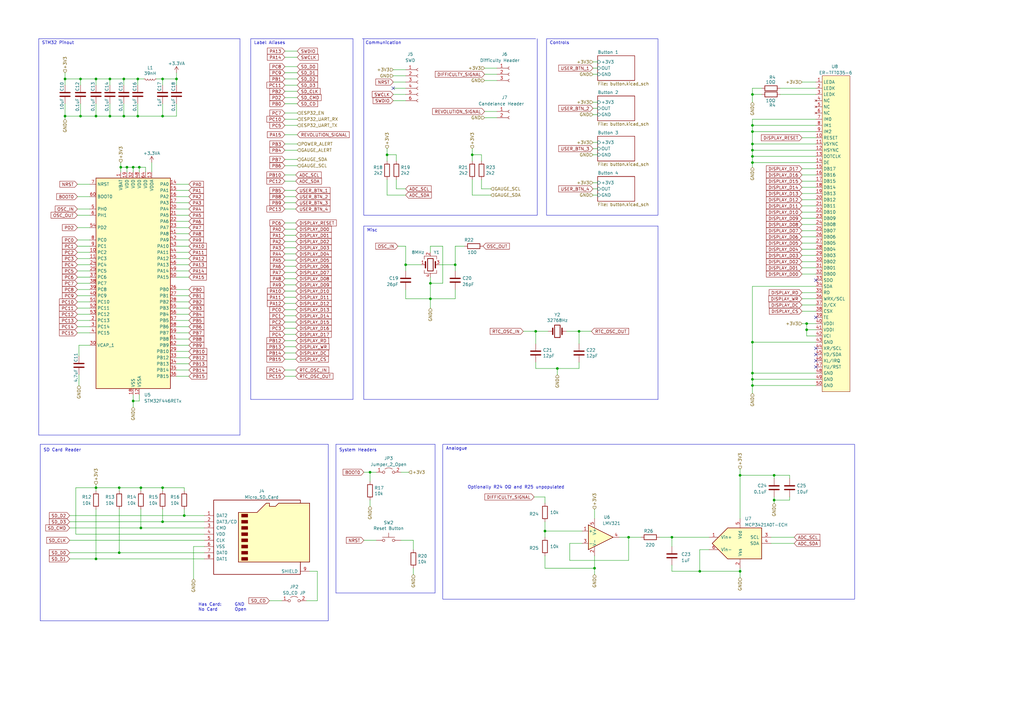
<source format=kicad_sch>
(kicad_sch (version 20230121) (generator eeschema)
  (paper "A3")
  (junction (at 186.69 108.585))
  (junction (at 56.515 32.385))
  (junction (at 166.37 108.585))
  (junction (at 176.53 116.205))
  (junction (at 176.53 122.555))
  (junction (at 151.765 193.675))
  (junction (at 303.53 234.315))
  (junction (at 33.02 32.385))
  (junction (at 317.5 205.105))
  (junction (at 39.37 47.625))
  (junction (at 39.37 32.385))
  (junction (at 308.61 140.335))
  (junction (at 45.085 47.625))
  (junction (at 66.675 200.025))
  (junction (at 330.835 135.255))
  (junction (at 308.61 59.055))
  (junction (at 75.565 211.455))
  (junction (at 39.37 200.025))
  (junction (at 66.675 47.625))
  (junction (at 308.61 64.135))
  (junction (at 287.02 234.315))
  (junction (at 72.39 32.385))
  (junction (at 158.75 63.5))
  (junction (at 57.785 216.535))
  (junction (at 303.53 194.945))
  (junction (at 228.6 151.13))
  (junction (at 193.675 63.5))
  (junction (at 26.67 32.385))
  (junction (at 223.52 217.805))
  (junction (at 45.085 32.385))
  (junction (at 308.61 38.735))
  (junction (at 317.5 194.945))
  (junction (at 54.61 164.465))
  (junction (at 308.61 153.035))
  (junction (at 308.61 53.975))
  (junction (at 308.61 66.675))
  (junction (at 56.515 47.625))
  (junction (at 219.71 135.89))
  (junction (at 243.84 233.045))
  (junction (at 257.81 220.345))
  (junction (at 48.895 226.695))
  (junction (at 26.67 47.625))
  (junction (at 57.785 200.025))
  (junction (at 54.61 68.58))
  (junction (at 66.675 213.995))
  (junction (at 66.675 32.385))
  (junction (at 308.61 51.435))
  (junction (at 33.02 47.625))
  (junction (at 308.61 158.115))
  (junction (at 275.59 220.345))
  (junction (at 50.8 47.625))
  (junction (at 308.61 61.595))
  (junction (at 330.835 132.715))
  (junction (at 308.61 155.575))
  (junction (at 49.53 68.58))
  (junction (at 57.15 68.58))
  (junction (at 237.49 135.89))
  (junction (at 50.8 32.385))
  (junction (at 39.37 229.235))
  (junction (at 48.895 200.025))
  (junction (at 52.07 68.58))
  (no_connect (at 161.29 36.195))
  (no_connect (at 334.645 114.935))
  (no_connect (at 334.645 145.415))
  (no_connect (at 334.645 147.955))
  (no_connect (at 334.645 150.495))
  (no_connect (at 334.645 142.875))
  (no_connect (at 334.645 130.175))
  (wire (pts (xy 77.47 144.145) (xy 72.39 144.145)))
  (wire (pts (xy 75.565 200.025) (xy 75.565 201.295)))
  (wire (pts (xy 116.84 129.54) (xy 121.285 129.54)))
  (wire (pts (xy 176.53 103.505) (xy 176.53 100.965)))
  (wire (pts (xy 198.755 27.94) (xy 203.835 27.94)))
  (wire (pts (xy 176.53 100.965) (xy 181.61 100.965)))
  (wire (pts (xy 308.61 36.195) (xy 312.42 36.195)))
  (wire (pts (xy 243.84 233.045) (xy 243.84 235.585)))
  (wire (pts (xy 54.61 68.58) (xy 57.15 68.58)))
  (wire (pts (xy 328.93 79.375) (xy 334.645 79.375)))
  (wire (pts (xy 48.895 200.025) (xy 57.785 200.025)))
  (polyline (pts (xy 102.87 15.875) (xy 144.78 15.875)))
  (wire (pts (xy 116.84 83.185) (xy 121.285 83.185)))
  (wire (pts (xy 328.93 92.075) (xy 334.645 92.075)))
  (wire (pts (xy 72.39 121.285) (xy 77.47 121.285)))
  (wire (pts (xy 66.675 32.385) (xy 72.39 32.385)))
  (polyline (pts (xy 15.875 178.435) (xy 98.425 178.435)))
  (wire (pts (xy 116.84 29.845) (xy 121.92 29.845)))
  (wire (pts (xy 308.61 155.575) (xy 308.61 153.035)))
  (wire (pts (xy 31.75 75.565) (xy 36.83 75.565)))
  (wire (pts (xy 52.07 68.58) (xy 52.07 70.485)))
  (wire (pts (xy 243.205 27.94) (xy 245.11 27.94)))
  (wire (pts (xy 308.61 158.115) (xy 334.645 158.115)))
  (wire (pts (xy 158.75 63.5) (xy 158.75 66.04)))
  (wire (pts (xy 39.37 198.755) (xy 39.37 200.025)))
  (wire (pts (xy 214.63 135.89) (xy 219.71 135.89)))
  (wire (pts (xy 72.39 32.385) (xy 72.39 29.845)))
  (wire (pts (xy 77.47 118.745) (xy 72.39 118.745)))
  (wire (pts (xy 66.675 200.025) (xy 75.565 200.025)))
  (wire (pts (xy 77.47 146.685) (xy 72.39 146.685)))
  (polyline (pts (xy 16.51 182.245) (xy 134.62 182.245)))
  (wire (pts (xy 116.84 104.14) (xy 121.285 104.14)))
  (wire (pts (xy 243.205 25.4) (xy 245.11 25.4)))
  (wire (pts (xy 164.465 193.675) (xy 167.64 193.675)))
  (wire (pts (xy 308.61 48.895) (xy 308.61 51.435)))
  (wire (pts (xy 164.465 221.615) (xy 169.545 221.615)))
  (wire (pts (xy 243.84 233.045) (xy 223.52 233.045)))
  (wire (pts (xy 116.84 61.595) (xy 121.92 61.595)))
  (polyline (pts (xy 16.51 254.635) (xy 134.62 254.635)))
  (wire (pts (xy 72.39 113.665) (xy 77.47 113.665)))
  (wire (pts (xy 116.84 71.755) (xy 121.285 71.755)))
  (wire (pts (xy 77.47 106.045) (xy 72.39 106.045)))
  (wire (pts (xy 77.47 133.985) (xy 72.39 133.985)))
  (wire (pts (xy 328.93 109.855) (xy 334.645 109.855)))
  (wire (pts (xy 33.02 47.625) (xy 39.37 47.625)))
  (wire (pts (xy 193.675 63.5) (xy 197.485 63.5)))
  (wire (pts (xy 308.61 61.595) (xy 308.61 64.135)))
  (wire (pts (xy 287.02 234.315) (xy 275.59 234.315)))
  (wire (pts (xy 116.84 116.84) (xy 121.285 116.84)))
  (wire (pts (xy 303.53 194.945) (xy 303.53 212.725)))
  (wire (pts (xy 116.84 40.005) (xy 121.92 40.005)))
  (wire (pts (xy 237.49 151.13) (xy 237.49 148.59)))
  (wire (pts (xy 186.69 122.555) (xy 186.69 118.745)))
  (polyline (pts (xy 149.225 92.71) (xy 269.875 92.71)))
  (wire (pts (xy 242.57 135.89) (xy 237.49 135.89)))
  (wire (pts (xy 317.5 205.105) (xy 317.5 206.375)))
  (wire (pts (xy 328.93 94.615) (xy 334.645 94.615)))
  (wire (pts (xy 323.85 194.945) (xy 317.5 194.945)))
  (polyline (pts (xy 220.345 88.265) (xy 220.345 15.875)))
  (wire (pts (xy 72.39 42.545) (xy 72.39 47.625)))
  (wire (pts (xy 77.47 75.565) (xy 72.39 75.565)))
  (wire (pts (xy 316.23 222.885) (xy 325.755 222.885)))
  (wire (pts (xy 66.675 213.995) (xy 83.82 213.995)))
  (wire (pts (xy 303.53 234.315) (xy 287.02 234.315)))
  (wire (pts (xy 201.295 77.47) (xy 197.485 77.47)))
  (wire (pts (xy 219.71 151.13) (xy 228.6 151.13)))
  (wire (pts (xy 116.84 137.16) (xy 121.285 137.16)))
  (wire (pts (xy 330.835 135.255) (xy 330.835 132.715)))
  (wire (pts (xy 57.15 68.58) (xy 59.69 68.58)))
  (wire (pts (xy 116.84 154.305) (xy 121.285 154.305)))
  (wire (pts (xy 72.39 93.345) (xy 77.47 93.345)))
  (wire (pts (xy 116.84 134.62) (xy 121.285 134.62)))
  (wire (pts (xy 39.37 42.545) (xy 39.37 47.625)))
  (wire (pts (xy 238.76 222.885) (xy 233.68 222.885)))
  (wire (pts (xy 77.47 100.965) (xy 72.39 100.965)))
  (wire (pts (xy 328.93 104.775) (xy 334.645 104.775)))
  (wire (pts (xy 79.375 224.155) (xy 83.82 224.155)))
  (wire (pts (xy 323.85 205.105) (xy 323.85 203.835)))
  (wire (pts (xy 116.84 80.645) (xy 121.285 80.645)))
  (wire (pts (xy 72.39 88.265) (xy 77.47 88.265)))
  (polyline (pts (xy 98.425 178.435) (xy 98.425 15.875)))
  (wire (pts (xy 158.75 60.96) (xy 158.75 63.5)))
  (wire (pts (xy 116.84 59.055) (xy 121.92 59.055)))
  (wire (pts (xy 193.675 63.5) (xy 193.675 66.04)))
  (polyline (pts (xy 98.425 15.875) (xy 15.875 15.875)))
  (wire (pts (xy 28.575 213.995) (xy 66.675 213.995)))
  (wire (pts (xy 328.93 132.715) (xy 330.835 132.715)))
  (wire (pts (xy 32.385 153.67) (xy 32.385 158.115)))
  (wire (pts (xy 243.205 80.01) (xy 245.11 80.01)))
  (wire (pts (xy 116.84 132.08) (xy 121.285 132.08)))
  (wire (pts (xy 320.04 38.735) (xy 334.645 38.735)))
  (wire (pts (xy 317.5 194.945) (xy 303.53 194.945)))
  (wire (pts (xy 166.37 111.125) (xy 166.37 108.585)))
  (wire (pts (xy 228.6 151.13) (xy 237.49 151.13)))
  (wire (pts (xy 26.67 42.545) (xy 26.67 47.625)))
  (wire (pts (xy 125.73 246.38) (xy 130.175 246.38)))
  (wire (pts (xy 308.61 59.055) (xy 308.61 61.595)))
  (polyline (pts (xy 144.78 15.875) (xy 144.78 163.83)))
  (wire (pts (xy 198.755 33.02) (xy 203.835 33.02)))
  (wire (pts (xy 66.675 42.545) (xy 66.675 47.625)))
  (wire (pts (xy 116.84 93.98) (xy 121.285 93.98)))
  (wire (pts (xy 50.8 47.625) (xy 56.515 47.625)))
  (wire (pts (xy 219.71 135.89) (xy 224.79 135.89)))
  (wire (pts (xy 26.67 47.625) (xy 33.02 47.625)))
  (wire (pts (xy 32.385 141.605) (xy 36.83 141.605)))
  (wire (pts (xy 77.47 151.765) (xy 72.39 151.765)))
  (wire (pts (xy 116.84 124.46) (xy 121.285 124.46)))
  (wire (pts (xy 26.67 29.845) (xy 26.67 32.385)))
  (wire (pts (xy 166.37 122.555) (xy 176.53 122.555)))
  (wire (pts (xy 31.75 80.645) (xy 36.83 80.645)))
  (wire (pts (xy 45.085 47.625) (xy 45.085 42.545)))
  (wire (pts (xy 308.61 66.675) (xy 334.645 66.675)))
  (wire (pts (xy 36.83 133.985) (xy 31.75 133.985)))
  (wire (pts (xy 77.47 80.645) (xy 72.39 80.645)))
  (wire (pts (xy 197.485 73.66) (xy 197.485 77.47)))
  (polyline (pts (xy 102.87 163.83) (xy 102.87 15.875)))
  (wire (pts (xy 31.75 113.665) (xy 36.83 113.665)))
  (wire (pts (xy 31.75 111.125) (xy 36.83 111.125)))
  (wire (pts (xy 72.39 136.525) (xy 77.47 136.525)))
  (wire (pts (xy 75.565 211.455) (xy 83.82 211.455)))
  (polyline (pts (xy 178.435 243.205) (xy 178.435 182.245)))
  (wire (pts (xy 116.84 37.465) (xy 121.92 37.465)))
  (wire (pts (xy 169.545 225.425) (xy 169.545 221.615)))
  (wire (pts (xy 328.93 71.755) (xy 334.645 71.755)))
  (wire (pts (xy 33.02 42.545) (xy 33.02 47.625)))
  (wire (pts (xy 39.37 229.235) (xy 39.37 208.915)))
  (wire (pts (xy 50.8 32.385) (xy 56.515 32.385)))
  (wire (pts (xy 110.49 246.38) (xy 115.57 246.38)))
  (wire (pts (xy 57.785 216.535) (xy 83.82 216.535)))
  (wire (pts (xy 254 220.345) (xy 257.81 220.345)))
  (wire (pts (xy 31.75 85.725) (xy 36.83 85.725)))
  (wire (pts (xy 308.61 64.135) (xy 334.645 64.135)))
  (wire (pts (xy 77.47 95.885) (xy 72.39 95.885)))
  (wire (pts (xy 59.055 32.385) (xy 56.515 32.385)))
  (wire (pts (xy 166.37 31.115) (xy 161.29 31.115)))
  (wire (pts (xy 75.565 211.455) (xy 75.565 208.915)))
  (wire (pts (xy 308.61 61.595) (xy 334.645 61.595)))
  (wire (pts (xy 77.47 90.805) (xy 72.39 90.805)))
  (wire (pts (xy 243.205 30.48) (xy 245.11 30.48)))
  (wire (pts (xy 151.765 207.645) (xy 151.765 205.105)))
  (wire (pts (xy 166.37 108.585) (xy 172.72 108.585)))
  (wire (pts (xy 28.575 226.695) (xy 48.895 226.695)))
  (wire (pts (xy 31.75 103.505) (xy 36.83 103.505)))
  (polyline (pts (xy 15.875 15.875) (xy 15.875 178.435)))
  (wire (pts (xy 287.02 234.315) (xy 287.02 225.425)))
  (wire (pts (xy 45.085 32.385) (xy 45.085 34.925)))
  (wire (pts (xy 328.93 33.655) (xy 334.645 33.655)))
  (wire (pts (xy 116.84 42.545) (xy 121.92 42.545)))
  (wire (pts (xy 193.675 60.96) (xy 193.675 63.5)))
  (wire (pts (xy 39.37 200.025) (xy 39.37 201.295)))
  (wire (pts (xy 72.39 149.225) (xy 77.47 149.225)))
  (wire (pts (xy 193.675 80.01) (xy 193.675 73.66)))
  (wire (pts (xy 243.205 74.93) (xy 245.11 74.93)))
  (wire (pts (xy 328.93 99.695) (xy 334.645 99.695)))
  (wire (pts (xy 169.545 235.585) (xy 169.545 233.045)))
  (wire (pts (xy 72.39 108.585) (xy 77.47 108.585)))
  (wire (pts (xy 308.61 41.91) (xy 308.61 38.735)))
  (wire (pts (xy 116.84 121.92) (xy 121.285 121.92)))
  (wire (pts (xy 166.37 28.575) (xy 161.29 28.575)))
  (wire (pts (xy 328.93 74.295) (xy 334.645 74.295)))
  (wire (pts (xy 334.645 137.795) (xy 330.835 137.795)))
  (wire (pts (xy 308.61 38.735) (xy 308.61 36.195)))
  (wire (pts (xy 186.69 108.585) (xy 186.69 111.125)))
  (wire (pts (xy 197.485 63.5) (xy 197.485 66.04)))
  (polyline (pts (xy 144.78 163.83) (xy 102.87 163.83)))
  (wire (pts (xy 116.84 147.32) (xy 121.285 147.32)))
  (wire (pts (xy 72.39 83.185) (xy 77.47 83.185)))
  (wire (pts (xy 316.23 220.345) (xy 325.755 220.345)))
  (wire (pts (xy 39.37 229.235) (xy 83.82 229.235)))
  (wire (pts (xy 54.61 164.465) (xy 54.61 161.925)))
  (wire (pts (xy 163.195 100.965) (xy 166.37 100.965)))
  (wire (pts (xy 257.81 220.345) (xy 262.89 220.345)))
  (wire (pts (xy 49.53 66.675) (xy 49.53 68.58)))
  (wire (pts (xy 334.645 140.335) (xy 308.61 140.335)))
  (wire (pts (xy 49.53 68.58) (xy 49.53 70.485)))
  (wire (pts (xy 116.84 46.355) (xy 121.92 46.355)))
  (wire (pts (xy 77.47 128.905) (xy 72.39 128.905)))
  (wire (pts (xy 31.115 219.075) (xy 31.115 200.025)))
  (wire (pts (xy 116.84 85.725) (xy 121.285 85.725)))
  (wire (pts (xy 233.68 229.87) (xy 257.81 229.87)))
  (wire (pts (xy 180.34 108.585) (xy 186.69 108.585)))
  (wire (pts (xy 243.205 63.5) (xy 245.11 63.5)))
  (wire (pts (xy 176.53 122.555) (xy 186.69 122.555)))
  (wire (pts (xy 328.93 86.995) (xy 334.645 86.995)))
  (wire (pts (xy 158.75 80.01) (xy 158.75 73.66)))
  (wire (pts (xy 50.8 32.385) (xy 50.8 34.925)))
  (wire (pts (xy 116.84 67.945) (xy 121.92 67.945)))
  (wire (pts (xy 116.84 109.22) (xy 121.285 109.22)))
  (wire (pts (xy 36.83 123.825) (xy 31.75 123.825)))
  (wire (pts (xy 323.85 196.215) (xy 323.85 194.945)))
  (wire (pts (xy 28.575 211.455) (xy 75.565 211.455)))
  (wire (pts (xy 116.84 127) (xy 121.285 127)))
  (wire (pts (xy 166.37 33.655) (xy 161.29 33.655)))
  (wire (pts (xy 176.53 116.205) (xy 176.53 122.555)))
  (wire (pts (xy 77.47 123.825) (xy 72.39 123.825)))
  (wire (pts (xy 116.84 151.765) (xy 121.285 151.765)))
  (wire (pts (xy 308.61 51.435) (xy 334.645 51.435)))
  (wire (pts (xy 330.835 132.715) (xy 334.645 132.715)))
  (polyline (pts (xy 149.225 163.83) (xy 149.225 92.71)))
  (wire (pts (xy 303.53 192.405) (xy 303.53 194.945)))
  (wire (pts (xy 72.39 78.105) (xy 77.47 78.105)))
  (wire (pts (xy 45.085 32.385) (xy 50.8 32.385)))
  (wire (pts (xy 116.84 96.52) (xy 121.285 96.52)))
  (wire (pts (xy 72.39 154.305) (xy 77.47 154.305)))
  (wire (pts (xy 31.75 100.965) (xy 36.83 100.965)))
  (wire (pts (xy 308.61 140.335) (xy 308.61 153.035)))
  (polyline (pts (xy 269.875 163.83) (xy 149.225 163.83)))
  (wire (pts (xy 328.93 125.095) (xy 334.645 125.095)))
  (wire (pts (xy 328.93 97.155) (xy 334.645 97.155)))
  (wire (pts (xy 198.755 30.48) (xy 203.835 30.48)))
  (wire (pts (xy 36.83 128.905) (xy 31.75 128.905)))
  (wire (pts (xy 116.84 99.06) (xy 121.285 99.06)))
  (wire (pts (xy 308.61 48.895) (xy 334.645 48.895)))
  (wire (pts (xy 26.67 34.925) (xy 26.67 32.385)))
  (wire (pts (xy 149.225 193.675) (xy 151.765 193.675)))
  (wire (pts (xy 116.84 142.24) (xy 121.285 142.24)))
  (wire (pts (xy 32.385 146.05) (xy 32.385 141.605)))
  (wire (pts (xy 116.84 101.6) (xy 121.285 101.6)))
  (wire (pts (xy 176.53 122.555) (xy 176.53 126.365)))
  (wire (pts (xy 275.59 220.345) (xy 290.83 220.345)))
  (wire (pts (xy 52.07 68.58) (xy 54.61 68.58)))
  (wire (pts (xy 303.53 234.315) (xy 303.53 236.855)))
  (polyline (pts (xy 178.435 182.245) (xy 137.795 182.245)))
  (wire (pts (xy 116.84 74.295) (xy 121.285 74.295)))
  (wire (pts (xy 328.93 76.835) (xy 334.645 76.835)))
  (wire (pts (xy 48.895 226.695) (xy 83.82 226.695)))
  (wire (pts (xy 39.37 200.025) (xy 48.895 200.025)))
  (wire (pts (xy 308.61 51.435) (xy 308.61 53.975)))
  (wire (pts (xy 72.39 131.445) (xy 77.47 131.445)))
  (wire (pts (xy 328.93 89.535) (xy 334.645 89.535)))
  (wire (pts (xy 275.59 220.345) (xy 275.59 224.155)))
  (polyline (pts (xy 219.71 15.875) (xy 148.59 15.875)))
  (wire (pts (xy 116.84 78.105) (xy 121.285 78.105)))
  (wire (pts (xy 328.93 122.555) (xy 334.645 122.555)))
  (wire (pts (xy 330.835 137.795) (xy 330.835 135.255)))
  (wire (pts (xy 308.61 155.575) (xy 334.645 155.575)))
  (wire (pts (xy 243.205 44.45) (xy 245.11 44.45)))
  (wire (pts (xy 64.135 32.385) (xy 66.675 32.385)))
  (wire (pts (xy 334.645 117.475) (xy 308.61 117.475)))
  (wire (pts (xy 39.37 47.625) (xy 45.085 47.625)))
  (polyline (pts (xy 137.795 182.245) (xy 137.795 243.205)))
  (wire (pts (xy 72.39 98.425) (xy 77.47 98.425)))
  (wire (pts (xy 56.515 47.625) (xy 56.515 42.545)))
  (wire (pts (xy 57.785 200.025) (xy 66.675 200.025)))
  (wire (pts (xy 275.59 234.315) (xy 275.59 231.775)))
  (wire (pts (xy 26.67 32.385) (xy 33.02 32.385)))
  (wire (pts (xy 33.02 32.385) (xy 33.02 34.925)))
  (wire (pts (xy 31.75 121.285) (xy 36.83 121.285)))
  (wire (pts (xy 31.75 136.525) (xy 36.83 136.525)))
  (wire (pts (xy 308.61 53.975) (xy 308.61 59.055)))
  (wire (pts (xy 62.23 66.675) (xy 62.23 70.485)))
  (wire (pts (xy 317.5 203.835) (xy 317.5 205.105)))
  (wire (pts (xy 72.39 34.925) (xy 72.39 32.385)))
  (wire (pts (xy 48.895 226.695) (xy 48.895 208.915)))
  (wire (pts (xy 39.37 32.385) (xy 45.085 32.385)))
  (wire (pts (xy 243.205 46.99) (xy 245.11 46.99)))
  (wire (pts (xy 308.61 161.29) (xy 308.61 158.115)))
  (wire (pts (xy 219.71 148.59) (xy 219.71 151.13)))
  (wire (pts (xy 166.37 77.47) (xy 162.56 77.47)))
  (wire (pts (xy 45.085 47.625) (xy 50.8 47.625)))
  (wire (pts (xy 198.755 48.26) (xy 203.835 48.26)))
  (wire (pts (xy 116.84 48.895) (xy 121.92 48.895)))
  (wire (pts (xy 328.93 112.395) (xy 334.645 112.395)))
  (wire (pts (xy 79.375 224.155) (xy 79.375 237.49)))
  (wire (pts (xy 72.39 141.605) (xy 77.47 141.605)))
  (wire (pts (xy 166.37 100.965) (xy 166.37 108.585)))
  (wire (pts (xy 317.5 194.945) (xy 317.5 196.215)))
  (polyline (pts (xy 134.62 254.635) (xy 134.62 182.245)))
  (wire (pts (xy 48.895 200.025) (xy 48.895 201.295)))
  (wire (pts (xy 66.675 34.925) (xy 66.675 32.385)))
  (wire (pts (xy 26.67 47.625) (xy 26.67 48.895)))
  (wire (pts (xy 166.37 41.275) (xy 161.29 41.275)))
  (wire (pts (xy 233.68 222.885) (xy 233.68 229.87)))
  (wire (pts (xy 223.52 217.805) (xy 223.52 220.345)))
  (wire (pts (xy 308.61 64.135) (xy 308.61 66.675)))
  (wire (pts (xy 127 234.315) (xy 130.175 234.315)))
  (wire (pts (xy 31.75 106.045) (xy 36.83 106.045)))
  (wire (pts (xy 116.84 119.38) (xy 121.285 119.38)))
  (wire (pts (xy 257.81 229.87) (xy 257.81 220.345)))
  (wire (pts (xy 176.53 113.665) (xy 176.53 116.205)))
  (wire (pts (xy 57.15 68.58) (xy 57.15 70.485)))
  (wire (pts (xy 31.75 93.345) (xy 36.83 93.345)))
  (wire (pts (xy 33.02 32.385) (xy 39.37 32.385)))
  (wire (pts (xy 116.84 65.405) (xy 121.92 65.405)))
  (polyline (pts (xy 149.225 15.875) (xy 149.225 88.265)))
  (wire (pts (xy 116.84 23.495) (xy 121.92 23.495)))
  (wire (pts (xy 219.71 140.97) (xy 219.71 135.89)))
  (wire (pts (xy 116.84 27.305) (xy 121.92 27.305)))
  (polyline (pts (xy 137.795 243.205) (xy 178.435 243.205)))
  (wire (pts (xy 31.75 118.745) (xy 36.83 118.745)))
  (wire (pts (xy 59.69 68.58) (xy 59.69 70.485)))
  (polyline (pts (xy 269.875 92.71) (xy 269.875 163.83)))
  (wire (pts (xy 39.37 34.925) (xy 39.37 32.385)))
  (wire (pts (xy 72.39 103.505) (xy 77.47 103.505)))
  (wire (pts (xy 151.765 193.675) (xy 154.305 193.675)))
  (wire (pts (xy 243.84 208.915) (xy 243.84 212.725)))
  (wire (pts (xy 116.84 111.76) (xy 121.285 111.76)))
  (wire (pts (xy 28.575 229.235) (xy 39.37 229.235)))
  (wire (pts (xy 116.84 55.245) (xy 121.92 55.245)))
  (wire (pts (xy 328.93 69.215) (xy 334.645 69.215)))
  (wire (pts (xy 243.205 41.91) (xy 245.11 41.91)))
  (wire (pts (xy 243.205 77.47) (xy 245.11 77.47)))
  (wire (pts (xy 56.515 47.625) (xy 66.675 47.625)))
  (wire (pts (xy 116.84 144.78) (xy 121.285 144.78)))
  (wire (pts (xy 31.75 98.425) (xy 36.83 98.425)))
  (wire (pts (xy 223.52 217.805) (xy 238.76 217.805)))
  (wire (pts (xy 228.6 153.67) (xy 228.6 151.13)))
  (wire (pts (xy 54.61 164.465) (xy 54.61 167.005)))
  (wire (pts (xy 77.47 111.125) (xy 72.39 111.125)))
  (wire (pts (xy 176.53 116.205) (xy 181.61 116.205)))
  (wire (pts (xy 243.205 58.42) (xy 245.11 58.42)))
  (wire (pts (xy 334.645 135.255) (xy 330.835 135.255)))
  (wire (pts (xy 308.61 66.675) (xy 308.61 68.58)))
  (wire (pts (xy 166.37 36.195) (xy 161.29 36.195)))
  (wire (pts (xy 151.765 197.485) (xy 151.765 193.675)))
  (wire (pts (xy 54.61 164.465) (xy 57.15 164.465)))
  (wire (pts (xy 320.04 36.195) (xy 334.645 36.195)))
  (wire (pts (xy 161.29 38.735) (xy 166.37 38.735)))
  (wire (pts (xy 77.47 85.725) (xy 72.39 85.725)))
  (wire (pts (xy 162.56 63.5) (xy 162.56 66.04)))
  (wire (pts (xy 166.37 118.745) (xy 166.37 122.555)))
  (wire (pts (xy 28.575 216.535) (xy 57.785 216.535)))
  (wire (pts (xy 328.93 84.455) (xy 334.645 84.455)))
  (wire (pts (xy 166.37 80.01) (xy 158.75 80.01)))
  (wire (pts (xy 328.93 56.515) (xy 334.645 56.515)))
  (wire (pts (xy 158.75 63.5) (xy 162.56 63.5)))
  (wire (pts (xy 116.84 91.44) (xy 121.285 91.44)))
  (wire (pts (xy 66.675 200.025) (xy 66.675 201.295)))
  (wire (pts (xy 116.84 139.7) (xy 121.285 139.7)))
  (wire (pts (xy 28.575 221.615) (xy 83.82 221.615)))
  (wire (pts (xy 308.61 153.035) (xy 334.645 153.035)))
  (wire (pts (xy 57.15 164.465) (xy 57.15 161.925)))
  (wire (pts (xy 290.83 225.425) (xy 287.02 225.425)))
  (wire (pts (xy 72.39 126.365) (xy 77.47 126.365)))
  (wire (pts (xy 31.115 219.075) (xy 83.82 219.075)))
  (wire (pts (xy 223.52 203.835) (xy 223.52 206.375)))
  (wire (pts (xy 181.61 100.965) (xy 181.61 116.205)))
  (wire (pts (xy 308.61 158.115) (xy 308.61 155.575)))
  (wire (pts (xy 116.84 114.3) (xy 121.285 114.3)))
  (wire (pts (xy 198.755 45.72) (xy 203.835 45.72)))
  (wire (pts (xy 186.69 100.965) (xy 190.5 100.965)))
  (wire (pts (xy 308.61 38.735) (xy 312.42 38.735)))
  (wire (pts (xy 317.5 205.105) (xy 323.85 205.105)))
  (polyline (pts (xy 16.51 182.245) (xy 16.51 254.635)))
  (wire (pts (xy 328.93 120.015) (xy 334.645 120.015)))
  (wire (pts (xy 77.47 139.065) (xy 72.39 139.065)))
  (wire (pts (xy 308.61 53.975) (xy 334.645 53.975)))
  (wire (pts (xy 31.115 200.025) (xy 39.37 200.025)))
  (wire (pts (xy 328.93 102.235) (xy 334.645 102.235)))
  (wire (pts (xy 243.205 60.96) (xy 245.11 60.96)))
  (wire (pts (xy 149.225 221.615) (xy 154.305 221.615)))
  (wire (pts (xy 223.52 227.965) (xy 223.52 233.045)))
  (wire (pts (xy 162.56 73.66) (xy 162.56 77.47)))
  (wire (pts (xy 237.49 135.89) (xy 232.41 135.89)))
  (wire (pts (xy 116.84 34.925) (xy 121.92 34.925)))
  (wire (pts (xy 31.75 126.365) (xy 36.83 126.365)))
  (wire (pts (xy 308.61 117.475) (xy 308.61 140.335)))
  (wire (pts (xy 50.8 47.625) (xy 50.8 42.545)))
  (polyline (pts (xy 149.225 88.265) (xy 220.345 88.265)))
  (wire (pts (xy 223.52 217.805) (xy 223.52 213.995)))
  (wire (pts (xy 328.93 81.915) (xy 334.645 81.915)))
  (wire (pts (xy 57.785 200.025) (xy 57.785 201.295)))
  (wire (pts (xy 66.675 47.625) (xy 72.39 47.625)))
  (wire (pts (xy 130.175 234.315) (xy 130.175 246.38)))
  (wire (pts (xy 31.75 88.265) (xy 36.83 88.265)))
  (wire (pts (xy 116.84 20.955) (xy 121.92 20.955)))
  (wire (pts (xy 328.93 127.635) (xy 334.645 127.635)))
  (wire (pts (xy 54.61 68.58) (xy 54.61 70.485)))
  (wire (pts (xy 243.84 227.965) (xy 243.84 233.045)))
  (wire (pts (xy 31.75 108.585) (xy 36.83 108.585)))
  (wire (pts (xy 328.93 107.315) (xy 334.645 107.315)))
  (wire (pts (xy 219.075 203.835) (xy 223.52 203.835)))
  (wire (pts (xy 116.84 106.68) (xy 121.285 106.68)))
  (wire (pts (xy 308.61 59.055) (xy 334.645 59.055)))
  (wire (pts (xy 303.53 233.045) (xy 303.53 234.315)))
  (wire (pts (xy 49.53 68.58) (xy 52.07 68.58)))
  (wire (pts (xy 270.51 220.345) (xy 275.59 220.345)))
  (wire (pts (xy 186.69 108.585) (xy 186.69 100.965)))
  (wire (pts (xy 201.295 80.01) (xy 193.675 80.01)))
  (wire (pts (xy 56.515 32.385) (xy 56.515 34.925)))
  (wire (pts (xy 57.785 216.535) (xy 57.785 208.915)))
  (wire (pts (xy 31.75 116.205) (xy 36.83 116.205)))
  (wire (pts (xy 116.84 51.435) (xy 121.92 51.435)))
  (wire (pts (xy 237.49 140.97) (xy 237.49 135.89)))
  (wire (pts (xy 116.84 32.385) (xy 121.92 32.385)))
  (wire (pts (xy 31.75 131.445) (xy 36.83 131.445)))
  (wire (pts (xy 66.675 213.995) (xy 66.675 208.915)))
  (rectangle (start 224.155 15.875) (end 269.875 88.265))
  (rectangle (start 181.61 182.245) (end 350.52 245.745))
  (text "System Headers" (at 139.065 185.42 0) (effects (font (size 1.27 1.27)) (justify left bottom)))
  (text "SD Card Reader" (at 17.78 185.42 0) (effects (font (size 1.27 1.27)) (justify left bottom)))
  (text "Communication" (at 149.86 18.415 0) (effects (font (size 1.27 1.27)) (justify left bottom)))
  (text "STM32 Pinout" (at 17.145 18.415 0) (effects (font (size 1.27 1.27)) (justify left bottom)))
  (text "Optionally R24 0Ω and R25 unpopulated" (at 191.77 200.66 0) (effects (font (size 1.27 1.27)) (justify left bottom)))
  (text "Controls" (at 225.425 18.415 0) (effects (font (size 1.27 1.27)) (justify left bottom)))
  (text "Misc" (at 150.495 95.25 0) (effects (font (size 1.27 1.27)) (justify left bottom)))
  (text "Analogue" (at 182.88 184.785 0) (effects (font (size 1.27 1.27)) (justify left bottom)))
  (text "Has Card: 	GND\nNo Card 	Open" (at 81.28 250.825 0) (effects (font (size 1.27 1.27)) (justify left bottom)))
  (text "Label Aliases" (at 104.14 18.415 0) (effects (font (size 1.27 1.27)) (justify left bottom)))
  (global_label "PB1" (shape input) (at 77.47 121.285 0) (property "Intersheetrefs" "${INTERSHEET_REFS}" (effects hide)))
  (global_label "SD_D0" (shape input) (at 121.92 27.305 0) (property "Intersheetrefs" "${INTERSHEET_REFS}" (effects hide)))
  (global_label "DISPLAY_RESET" (shape input) (at 328.93 56.515 180) (property "Intersheetrefs" "${INTERSHEET_REFS}" (effects hide)))
  (global_label "PB7" (shape input) (at 77.47 136.525 0) (property "Intersheetrefs" "${INTERSHEET_REFS}" (effects hide)))
  (global_label "PA15" (shape input) (at 77.47 113.665 0) (property "Intersheetrefs" "${INTERSHEET_REFS}" (effects hide)))
  (global_label "PA1" (shape input) (at 116.84 96.52 180) (property "Intersheetrefs" "${INTERSHEET_REFS}" (effects hide)))
  (global_label "DISPLAY_D15" (shape input) (at 328.93 74.295 180) (property "Intersheetrefs" "${INTERSHEET_REFS}" (effects hide)))
  (global_label "DISPLAY_D02" (shape input) (at 328.93 107.315 180) (property "Intersheetrefs" "${INTERSHEET_REFS}" (effects hide)))
  (global_label "PB14" (shape input) (at 77.47 151.765 0) (property "Intersheetrefs" "${INTERSHEET_REFS}" (effects hide)))
  (global_label "PA12" (shape input) (at 77.47 106.045 0) (property "Intersheetrefs" "${INTERSHEET_REFS}" (effects hide)))
  (global_label "RTC_OSC_OUT" (shape input) (at 242.57 135.89 0) (property "Intersheetrefs" "${INTERSHEET_REFS}" (effects hide)))
  (global_label "RTC_OSC_IN" (shape input) (at 121.285 151.765 0) (property "Intersheetrefs" "${INTERSHEET_REFS}" (effects hide)))
  (global_label "DISPLAY_D07" (shape input) (at 328.93 94.615 180) (property "Intersheetrefs" "${INTERSHEET_REFS}" (effects hide)))
  (global_label "DISPLAY_D12" (shape input) (at 328.93 81.915 180) (property "Intersheetrefs" "${INTERSHEET_REFS}" (effects hide)))
  (global_label "SD_D1" (shape input) (at 121.92 29.845 0) (property "Intersheetrefs" "${INTERSHEET_REFS}" (effects hide)))
  (global_label "USER_BTN_4" (shape input) (at 121.285 85.725 0) (property "Intersheetrefs" "${INTERSHEET_REFS}" (effects hide)))
  (global_label "SWDIO" (shape input) (at 161.29 41.275 180) (property "Intersheetrefs" "${INTERSHEET_REFS}" (effects hide)))
  (global_label "ADC_SCL" (shape input) (at 166.37 77.47 0) (property "Intersheetrefs" "${INTERSHEET_REFS}" (effects hide)))
  (global_label "DISPLAY_D13" (shape input) (at 328.93 79.375 180) (property "Intersheetrefs" "${INTERSHEET_REFS}" (effects hide)))
  (global_label "PB4" (shape input) (at 77.47 128.905 0) (property "Intersheetrefs" "${INTERSHEET_REFS}" (effects hide)))
  (global_label "PC6" (shape input) (at 116.84 91.44 180) (property "Intersheetrefs" "${INTERSHEET_REFS}" (effects hide)))
  (global_label "DISPLAY_RESET" (shape input) (at 121.285 91.44 0) (property "Intersheetrefs" "${INTERSHEET_REFS}" (effects hide)))
  (global_label "PA12" (shape input) (at 116.84 124.46 180) (property "Intersheetrefs" "${INTERSHEET_REFS}" (effects hide)))
  (global_label "SD_CD" (shape input) (at 121.92 42.545 0) (property "Intersheetrefs" "${INTERSHEET_REFS}" (effects hide)))
  (global_label "DISPLAY_D02" (shape input) (at 121.285 99.06 0) (property "Intersheetrefs" "${INTERSHEET_REFS}" (effects hide)))
  (global_label "DISPLAY_D17" (shape input) (at 328.93 69.215 180) (property "Intersheetrefs" "${INTERSHEET_REFS}" (effects hide)))
  (global_label "PA13" (shape input) (at 77.47 108.585 0) (property "Intersheetrefs" "${INTERSHEET_REFS}" (effects hide)))
  (global_label "SD_CLK" (shape input) (at 121.92 37.465 0) (property "Intersheetrefs" "${INTERSHEET_REFS}" (effects hide)))
  (global_label "PC12" (shape input) (at 116.84 74.295 180) (property "Intersheetrefs" "${INTERSHEET_REFS}" (effects hide)))
  (global_label "PB5" (shape input) (at 77.47 131.445 0) (property "Intersheetrefs" "${INTERSHEET_REFS}" (effects hide)))
  (global_label "DISPLAY_CS" (shape input) (at 328.93 127.635 180) (property "Intersheetrefs" "${INTERSHEET_REFS}" (effects hide)))
  (global_label "PB2" (shape input) (at 77.47 123.825 0) (property "Intersheetrefs" "${INTERSHEET_REFS}" (effects hide)))
  (global_label "DISPLAY_CS" (shape input) (at 121.285 147.32 0) (property "Intersheetrefs" "${INTERSHEET_REFS}" (effects hide)))
  (global_label "PC3" (shape input) (at 31.75 106.045 180) (property "Intersheetrefs" "${INTERSHEET_REFS}" (effects hide)))
  (global_label "PA8" (shape input) (at 116.84 114.3 180) (property "Intersheetrefs" "${INTERSHEET_REFS}" (effects hide)))
  (global_label "PA3" (shape input) (at 116.84 101.6 180) (property "Intersheetrefs" "${INTERSHEET_REFS}" (effects hide)))
  (global_label "PC2" (shape input) (at 116.84 132.08 180) (property "Intersheetrefs" "${INTERSHEET_REFS}" (effects hide)))
  (global_label "SD_D3" (shape input) (at 121.92 34.925 0) (property "Intersheetrefs" "${INTERSHEET_REFS}" (effects hide)))
  (global_label "PC13" (shape input) (at 116.84 85.725 180) (property "Intersheetrefs" "${INTERSHEET_REFS}" (effects hide)))
  (global_label "ADC_SDA" (shape input) (at 166.37 80.01 0) (property "Intersheetrefs" "${INTERSHEET_REFS}" (effects hide)))
  (global_label "PC8" (shape input) (at 116.84 27.305 180) (property "Intersheetrefs" "${INTERSHEET_REFS}" (effects hide)))
  (global_label "DISPLAY_D11" (shape input) (at 121.285 121.92 0) (property "Intersheetrefs" "${INTERSHEET_REFS}" (effects hide)))
  (global_label "PA6" (shape input) (at 77.47 90.805 0) (property "Intersheetrefs" "${INTERSHEET_REFS}" (effects hide)))
  (global_label "PA9" (shape input) (at 116.84 116.84 180) (property "Intersheetrefs" "${INTERSHEET_REFS}" (effects hide)))
  (global_label "NRST" (shape input) (at 31.75 75.565 180) (property "Intersheetrefs" "${INTERSHEET_REFS}" (effects hide)))
  (global_label "DISPLAY_RD" (shape input) (at 328.93 120.015 180) (property "Intersheetrefs" "${INTERSHEET_REFS}" (effects hide)))
  (global_label "ADC_SDA" (shape input) (at 325.755 222.885 0) (property "Intersheetrefs" "${INTERSHEET_REFS}" (effects hide)))
  (global_label "PC0" (shape input) (at 116.84 127 180) (property "Intersheetrefs" "${INTERSHEET_REFS}" (effects hide)))
  (global_label "PC11" (shape input) (at 116.84 34.925 180) (property "Intersheetrefs" "${INTERSHEET_REFS}" (effects hide)))
  (global_label "PD2" (shape input) (at 116.84 40.005 180) (property "Intersheetrefs" "${INTERSHEET_REFS}" (effects hide)))
  (global_label "PB13" (shape input) (at 116.84 142.24 180) (property "Intersheetrefs" "${INTERSHEET_REFS}" (effects hide)))
  (global_label "SWCLK" (shape input) (at 161.29 38.735 180) (property "Intersheetrefs" "${INTERSHEET_REFS}" (effects hide)))
  (global_label "DISPLAY_DC" (shape input) (at 328.93 125.095 180) (property "Intersheetrefs" "${INTERSHEET_REFS}" (effects hide)))
  (global_label "PC8" (shape input) (at 31.75 118.745 180) (property "Intersheetrefs" "${INTERSHEET_REFS}" (effects hide)))
  (global_label "DISPLAY_D16" (shape input) (at 121.285 134.62 0) (property "Intersheetrefs" "${INTERSHEET_REFS}" (effects hide)))
  (global_label "PB12" (shape input) (at 116.84 139.7 180) (property "Intersheetrefs" "${INTERSHEET_REFS}" (effects hide)))
  (global_label "DISPLAY_D01" (shape input) (at 121.285 96.52 0) (property "Intersheetrefs" "${INTERSHEET_REFS}" (effects hide)))
  (global_label "PA10" (shape input) (at 77.47 100.965 0) (property "Intersheetrefs" "${INTERSHEET_REFS}" (effects hide)))
  (global_label "PC11" (shape input) (at 31.75 126.365 180) (property "Intersheetrefs" "${INTERSHEET_REFS}" (effects hide)))
  (global_label "PC5" (shape input) (at 116.84 51.435 180) (property "Intersheetrefs" "${INTERSHEET_REFS}" (effects hide)))
  (global_label "DISPLAY_D11" (shape input) (at 328.93 84.455 180) (property "Intersheetrefs" "${INTERSHEET_REFS}" (effects hide)))
  (global_label "PA10" (shape input) (at 116.84 119.38 180) (property "Intersheetrefs" "${INTERSHEET_REFS}" (effects hide)))
  (global_label "DISPLAY_WR" (shape input) (at 121.285 142.24 0) (property "Intersheetrefs" "${INTERSHEET_REFS}" (effects hide)))
  (global_label "PB12" (shape input) (at 77.47 146.685 0) (property "Intersheetrefs" "${INTERSHEET_REFS}" (effects hide)))
  (global_label "PA14" (shape input) (at 77.47 111.125 0) (property "Intersheetrefs" "${INTERSHEET_REFS}" (effects hide)))
  (global_label "PB6" (shape input) (at 77.47 133.985 0) (property "Intersheetrefs" "${INTERSHEET_REFS}" (effects hide)))
  (global_label "PA2" (shape input) (at 77.47 80.645 0) (property "Intersheetrefs" "${INTERSHEET_REFS}" (effects hide)))
  (global_label "PC15" (shape input) (at 31.75 136.525 180) (property "Intersheetrefs" "${INTERSHEET_REFS}" (effects hide)))
  (global_label "PA7" (shape input) (at 116.84 111.76 180) (property "Intersheetrefs" "${INTERSHEET_REFS}" (effects hide)))
  (global_label "PC9" (shape input) (at 31.75 121.285 180) (property "Intersheetrefs" "${INTERSHEET_REFS}" (effects hide)))
  (global_label "BOOT0" (shape input) (at 149.225 193.675 180) (property "Intersheetrefs" "${INTERSHEET_REFS}" (effects hide)))
  (global_label "SD_CMD" (shape input) (at 28.575 216.535 180) (property "Intersheetrefs" "${INTERSHEET_REFS}" (effects hide)))
  (global_label "PA4" (shape input) (at 116.84 104.14 180) (property "Intersheetrefs" "${INTERSHEET_REFS}" (effects hide)))
  (global_label "PA3" (shape input) (at 77.47 83.185 0) (property "Intersheetrefs" "${INTERSHEET_REFS}" (effects hide)))
  (global_label "OSC_IN" (shape input) (at 31.75 85.725 180) (property "Intersheetrefs" "${INTERSHEET_REFS}" (effects hide)))
  (global_label "PB13" (shape input) (at 77.47 149.225 0) (property "Intersheetrefs" "${INTERSHEET_REFS}" (effects hide)))
  (global_label "PC12" (shape input) (at 31.75 128.905 180) (property "Intersheetrefs" "${INTERSHEET_REFS}" (effects hide)))
  (global_label "PC10" (shape input) (at 116.84 48.895 180) (property "Intersheetrefs" "${INTERSHEET_REFS}" (effects hide)))
  (global_label "PA5" (shape input) (at 77.47 88.265 0) (property "Intersheetrefs" "${INTERSHEET_REFS}" (effects hide)))
  (global_label "PB10" (shape input) (at 116.84 71.755 180) (property "Intersheetrefs" "${INTERSHEET_REFS}" (effects hide)))
  (global_label "PD2" (shape input) (at 31.75 93.345 180) (property "Intersheetrefs" "${INTERSHEET_REFS}" (effects hide)))
  (global_label "PB7" (shape input) (at 116.84 65.405 180) (property "Intersheetrefs" "${INTERSHEET_REFS}" (effects hide)))
  (global_label "DISPLAY_D08" (shape input) (at 121.285 114.3 0) (property "Intersheetrefs" "${INTERSHEET_REFS}" (effects hide)))
  (global_label "PC13" (shape input) (at 31.75 131.445 180) (property "Intersheetrefs" "${INTERSHEET_REFS}" (effects hide)))
  (global_label "PA2" (shape input) (at 116.84 99.06 180) (property "Intersheetrefs" "${INTERSHEET_REFS}" (effects hide)))
  (global_label "DISPLAY_D03" (shape input) (at 121.285 101.6 0) (property "Intersheetrefs" "${INTERSHEET_REFS}" (effects hide)))
  (global_label "PA9" (shape input) (at 77.47 98.425 0) (property "Intersheetrefs" "${INTERSHEET_REFS}" (effects hide)))
  (global_label "DISPLAY_D03" (shape input) (at 328.93 104.775 180) (property "Intersheetrefs" "${INTERSHEET_REFS}" (effects hide)))
  (global_label "DISPLAY_D08" (shape input) (at 328.93 92.075 180) (property "Intersheetrefs" "${INTERSHEET_REFS}" (effects hide)))
  (global_label "DISPLAY_RD" (shape input) (at 121.285 139.7 0) (property "Intersheetrefs" "${INTERSHEET_REFS}" (effects hide)))
  (global_label "PB8" (shape input) (at 77.47 139.065 0) (property "Intersheetrefs" "${INTERSHEET_REFS}" (effects hide)))
  (global_label "PB9" (shape input) (at 77.47 141.605 0) (property "Intersheetrefs" "${INTERSHEET_REFS}" (effects hide)))
  (global_label "ADC_SDA" (shape input) (at 121.285 74.295 0) (property "Intersheetrefs" "${INTERSHEET_REFS}" (effects hide)))
  (global_label "SD_D2" (shape input) (at 28.575 211.455 180) (property "Intersheetrefs" "${INTERSHEET_REFS}" (effects hide)))
  (global_label "BOOT0" (shape input) (at 31.75 80.645 180) (property "Intersheetrefs" "${INTERSHEET_REFS}" (effects hide)))
  (global_label "USER_BTN_2" (shape input) (at 121.285 80.645 0) (property "Intersheetrefs" "${INTERSHEET_REFS}" (effects hide)))
  (global_label "DISPLAY_D09" (shape input) (at 328.93 89.535 180) (property "Intersheetrefs" "${INTERSHEET_REFS}" (effects hide)))
  (global_label "DISPLAY_D10" (shape input) (at 121.285 119.38 0) (property "Intersheetrefs" "${INTERSHEET_REFS}" (effects hide)))
  (global_label "PB6" (shape input) (at 116.84 67.945 180) (property "Intersheetrefs" "${INTERSHEET_REFS}" (effects hide)))
  (global_label "SD_CD" (shape input) (at 110.49 246.38 180) (property "Intersheetrefs" "${INTERSHEET_REFS}" (effects hide)))
  (global_label "PA14" (shape input) (at 116.84 23.495 180) (property "Intersheetrefs" "${INTERSHEET_REFS}" (effects hide)))
  (global_label "SWCLK" (shape input) (at 121.92 23.495 0) (property "Intersheetrefs" "${INTERSHEET_REFS}" (effects hide)))
  (global_label "PB3" (shape input) (at 77.47 126.365 0) (property "Intersheetrefs" "${INTERSHEET_REFS}" (effects hide)))
  (global_label "DISPLAY_D06" (shape input) (at 121.285 109.22 0) (property "Intersheetrefs" "${INTERSHEET_REFS}" (effects hide)))
  (global_label "DISPLAY_D09" (shape input) (at 121.285 116.84 0) (property "Intersheetrefs" "${INTERSHEET_REFS}" (effects hide)))
  (global_label "PC1" (shape input) (at 116.84 129.54 180) (property "Intersheetrefs" "${INTERSHEET_REFS}" (effects hide)))
  (global_label "PC1" (shape input) (at 31.75 100.965 180) (property "Intersheetrefs" "${INTERSHEET_REFS}" (effects hide)))
  (global_label "PC4" (shape input) (at 116.84 137.16 180) (property "Intersheetrefs" "${INTERSHEET_REFS}" (effects hide)))
  (global_label "PC0" (shape input) (at 31.75 98.425 180) (property "Intersheetrefs" "${INTERSHEET_REFS}" (effects hide)))
  (global_label "PB4" (shape input) (at 116.84 61.595 180) (property "Intersheetrefs" "${INTERSHEET_REFS}" (effects hide)))
  (global_label "PA1" (shape input) (at 77.47 78.105 0) (property "Intersheetrefs" "${INTERSHEET_REFS}" (effects hide)))
  (global_label "USER_BTN_3" (shape input) (at 243.205 60.96 180) (property "Intersheetrefs" "${INTERSHEET_REFS}" (effects hide)))
  (global_label "NRST" (shape input) (at 149.225 221.615 180) (property "Intersheetrefs" "${INTERSHEET_REFS}" (effects hide)))
  (global_label "DISPLAY_D04" (shape input) (at 328.93 102.235 180) (property "Intersheetrefs" "${INTERSHEET_REFS}" (effects hide)))
  (global_label "OSC_IN" (shape input) (at 163.195 100.965 180) (property "Intersheetrefs" "${INTERSHEET_REFS}" (effects hide)))
  (global_label "DISPLAY_D01" (shape input) (at 328.93 109.855 180) (property "Intersheetrefs" "${INTERSHEET_REFS}" (effects hide)))
  (global_label "PA7" (shape input) (at 77.47 93.345 0) (property "Intersheetrefs" "${INTERSHEET_REFS}" (effects hide)))
  (global_label "PA0" (shape input) (at 116.84 93.98 180) (property "Intersheetrefs" "${INTERSHEET_REFS}" (effects hide)))
  (global_label "PB0" (shape input) (at 77.47 118.745 0) (property "Intersheetrefs" "${INTERSHEET_REFS}" (effects hide)))
  (global_label "PA11" (shape input) (at 77.47 103.505 0) (property "Intersheetrefs" "${INTERSHEET_REFS}" (effects hide)))
  (global_label "DISPLAY_D00" (shape input) (at 121.285 93.98 0) (property "Intersheetrefs" "${INTERSHEET_REFS}" (effects hide)))
  (global_label "PC7" (shape input) (at 116.84 46.355 180) (property "Intersheetrefs" "${INTERSHEET_REFS}" (effects hide)))
  (global_label "DISPLAY_D05" (shape input) (at 121.285 106.68 0) (property "Intersheetrefs" "${INTERSHEET_REFS}" (effects hide)))
  (global_label "PB1" (shape input) (at 116.84 32.385 180) (property "Intersheetrefs" "${INTERSHEET_REFS}" (effects hide)))
  (global_label "ADC_SCL" (shape input) (at 121.285 71.755 0) (property "Intersheetrefs" "${INTERSHEET_REFS}" (effects hide)))
  (global_label "SD_D1" (shape input) (at 28.575 229.235 180) (property "Intersheetrefs" "${INTERSHEET_REFS}" (effects hide)))
  (global_label "DISPLAY_D16" (shape input) (at 328.93 71.755 180) (property "Intersheetrefs" "${INTERSHEET_REFS}" (effects hide)))
  (global_label "PB8" (shape input) (at 116.84 80.645 180) (property "Intersheetrefs" "${INTERSHEET_REFS}" (effects hide)))
  (global_label "NRST" (shape input) (at 161.29 33.655 180) (property "Intersheetrefs" "${INTERSHEET_REFS}" (effects hide)))
  (global_label "RTC_OSC_IN" (shape input) (at 214.63 135.89 180) (property "Intersheetrefs" "${INTERSHEET_REFS}" (effects hide)))
  (global_label "OSC_OUT" (shape input) (at 198.12 100.965 0) (property "Intersheetrefs" "${INTERSHEET_REFS}" (effects hide)))
  (global_label "DISPLAY_D15" (shape input) (at 121.285 132.08 0) (property "Intersheetrefs" "${INTERSHEET_REFS}" (effects hide)))
  (global_label "PC15" (shape input) (at 116.84 154.305 180) (property "Intersheetrefs" "${INTERSHEET_REFS}" (effects hide)))
  (global_label "PB15" (shape input) (at 77.47 154.305 0) (property "Intersheetrefs" "${INTERSHEET_REFS}" (effects hide)))
  (global_label "ADC_SCL" (shape input) (at 325.755 220.345 0) (property "Intersheetrefs" "${INTERSHEET_REFS}" (effects hide)))
  (global_label "PC7" (shape input) (at 31.75 116.205 180) (property "Intersheetrefs" "${INTERSHEET_REFS}" (effects hide)))
  (global_label "DISPLAY_D17" (shape input) (at 121.285 137.16 0) (property "Intersheetrefs" "${INTERSHEET_REFS}" (effects hide)))
  (global_label "PC14" (shape input) (at 116.84 151.765 180) (property "Intersheetrefs" "${INTERSHEET_REFS}" (effects hide)))
  (global_label "DISPLAY_D13" (shape input) (at 121.285 127 0) (property "Intersheetrefs" "${INTERSHEET_REFS}" (effects hide)))
  (global_label "PA13" (shape input) (at 116.84 20.955 180) (property "Intersheetrefs" "${INTERSHEET_REFS}" (effects hide)))
  (global_label "USER_BTN_4" (shape input) (at 243.205 77.47 180) (property "Intersheetrefs" "${INTERSHEET_REFS}" (effects hide)))
  (global_label "PA0" (shape input) (at 77.47 75.565 0) (property "Intersheetrefs" "${INTERSHEET_REFS}" (effects hide)))
  (global_label "PC6" (shape input) (at 31.75 113.665 180) (property "Intersheetrefs" "${INTERSHEET_REFS}" (effects hide)))
  (global_label "DIFFICULTY_SIGNAL" (shape input) (at 219.075 203.835 180) (property "Intersheetrefs" "${INTERSHEET_REFS}" (effects hide)))
  (global_label "PB14" (shape input) (at 116.84 144.78 180) (property "Intersheetrefs" "${INTERSHEET_REFS}" (effects hide)))
  (global_label "PA5" (shape input) (at 116.84 106.68 180) (property "Intersheetrefs" "${INTERSHEET_REFS}" (effects hide)))
  (global_label "SD_CLK" (shape input) (at 28.575 221.615 180) (property "Intersheetrefs" "${INTERSHEET_REFS}" (effects hide)))
  (global_label "DISPLAY_D14" (shape input) (at 121.285 129.54 0) (property "Intersheetrefs" "${INTERSHEET_REFS}" (effects hide)))
  (global_label "DISPLAY_D05" (shape input) (at 328.93 99.695 180) (property "Intersheetrefs" "${INTERSHEET_REFS}" (effects hide)))
  (global_label "PB9" (shape input) (at 116.84 83.185 180) (property "Intersheetrefs" "${INTERSHEET_REFS}" (effects hide)))
  (global_label "PB15" (shape input) (at 116.84 147.32 180) (property "Intersheetrefs" "${INTERSHEET_REFS}" (effects hide)))
  (global_label "PC14" (shape input) (at 31.75 133.985 180) (property "Intersheetrefs" "${INTERSHEET_REFS}" (effects hide)))
  (global_label "PB0" (shape input) (at 116.84 42.545 180) (property "Intersheetrefs" "${INTERSHEET_REFS}" (effects hide)))
  (global_label "PC5" (shape input) (at 31.75 111.125 180) (property "Intersheetrefs" "${INTERSHEET_REFS}" (effects hide)))
  (global_label "DISPLAY_D07" (shape input) (at 121.285 111.76 0) (property "Intersheetrefs" "${INTERSHEET_REFS}" (effects hide)))
  (global_label "SD_D0" (shape input) (at 28.575 226.695 180) (property "Intersheetrefs" "${INTERSHEET_REFS}" (effects hide)))
  (global_label "DISPLAY_WR" (shape input) (at 328.93 122.555 180) (property "Intersheetrefs" "${INTERSHEET_REFS}" (effects hide)))
  (global_label "PC2" (shape input) (at 31.75 103.505 180) (property "Intersheetrefs" "${INTERSHEET_REFS}" (effects hide)))
  (global_label "USER_BTN_2" (shape input) (at 243.205 44.45 180) (property "Intersheetrefs" "${INTERSHEET_REFS}" (effects hide)))
  (global_label "PA11" (shape input) (at 116.84 121.92 180) (property "Intersheetrefs" "${INTERSHEET_REFS}" (effects hide)))
  (global_label "DISPLAY_D10" (shape input) (at 328.93 86.995 180) (property "Intersheetrefs" "${INTERSHEET_REFS}" (effects hide)))
  (global_label "PC10" (shape input) (at 31.75 123.825 180) (property "Intersheetrefs" "${INTERSHEET_REFS}" (effects hide)))
  (global_label "SD_D2" (shape input) (at 121.92 32.385 0) (property "Intersheetrefs" "${INTERSHEET_REFS}" (effects hide)))
  (global_label "REVOLUTION_SIGNAL" (shape input) (at 198.755 45.72 180) (property "Intersheetrefs" "${INTERSHEET_REFS}" (effects hide)))
  (global_label "OSC_OUT" (shape input) (at 31.75 88.265 180) (property "Intersheetrefs" "${INTERSHEET_REFS}" (effects hide)))
  (global_label "DISPLAY_DC" (shape input) (at 121.285 144.78 0) (property "Intersheetrefs" "${INTERSHEET_REFS}" (effects hide)))
  (global_label "SD_CMD" (shape input) (at 121.92 40.005 0) (property "Intersheetrefs" "${INTERSHEET_REFS}" (effects hide)))
  (global_label "SD_D3" (shape input) (at 28.575 213.995 180) (property "Intersheetrefs" "${INTERSHEET_REFS}" (effects hide)))
  (global_label "PA4" (shape input) (at 77.47 85.725 0) (property "Intersheetrefs" "${INTERSHEET_REFS}" (effects hide)))
  (global_label "DISPLAY_D12" (shape input) (at 121.285 124.46 0) (property "Intersheetrefs" "${INTERSHEET_REFS}" (effects hide)))
  (global_label "PB3" (shape input) (at 116.84 59.055 180) (property "Intersheetrefs" "${INTERSHEET_REFS}" (effects hide)))
  (global_label "PC4" (shape input) (at 31.75 108.585 180) (property "Intersheetrefs" "${INTERSHEET_REFS}" (effects hide)))
  (global_label "PA15" (shape input) (at 116.84 55.245 180) (property "Intersheetrefs" "${INTERSHEET_REFS}" (effects hide)))
  (global_label "USER_BTN_3" (shape input) (at 121.285 83.185 0) (property "Intersheetrefs" "${INTERSHEET_REFS}" (effects hide)))
  (global_label "PA6" (shape input) (at 116.84 109.22 180) (property "Intersheetrefs" "${INTERSHEET_REFS}" (effects hide)))
  (global_label "REVOLUTION_SIGNAL" (shape input) (at 121.92 55.245 0) (property "Intersheetrefs" "${INTERSHEET_REFS}" (effects hide)))
  (global_label "DISPLAY_D00" (shape input) (at 328.93 112.395 180) (property "Intersheetrefs" "${INTERSHEET_REFS}" (effects hide)))
  (global_label "PB5" (shape input) (at 116.84 78.105 180) (property "Intersheetrefs" "${INTERSHEET_REFS}" (effects hide)))
  (global_label "DISPLAY_D04" (shape input) (at 121.285 104.14 0) (property "Intersheetrefs" "${INTERSHEET_REFS}" (effects hide)))
  (global_label "PC9" (shape input) (at 116.84 29.845 180) (property "Intersheetrefs" "${INTERSHEET_REFS}" (effects hide)))
  (global_label "RTC_OSC_OUT" (shape input) (at 121.285 154.305 0) (property "Intersheetrefs" "${INTERSHEET_REFS}" (effects hide)))
  (global_label "PB10" (shape input) (at 77.47 144.145 0) (property "Intersheetrefs" "${INTERSHEET_REFS}" (effects hide)))
  (global_label "PC3" (shape input) (at 116.84 134.62 180) (property "Intersheetrefs" "${INTERSHEET_REFS}" (effects hide)))
  (global_label "PA8" (shape input) (at 77.47 95.885 0) (property "Intersheetrefs" "${INTERSHEET_REFS}" (effects hide)))
  (global_label "PB2" (shape input) (at 116.84 37.465 180) (property "Intersheetrefs" "${INTERSHEET_REFS}" (effects hide)))
  (global_label "USER_BTN_1" (shape input) (at 121.285 78.105 0) (property "Intersheetrefs" "${INTERSHEET_REFS}" (effects hide)))
  (global_label "DISPLAY_D14" (shape input) (at 328.93 76.835 180) (property "Intersheetrefs" "${INTERSHEET_REFS}" (effects hide)))
  (global_label "DISPLAY_D06" (shape input) (at 328.93 97.155 180) (property "Intersheetrefs" "${INTERSHEET_REFS}" (effects hide)))
  (global_label "SWDIO" (shape input) (at 121.92 20.955 0) (property "Intersheetrefs" "${INTERSHEET_REFS}" (effects hide)))
  (global_label "USER_BTN_1" (shape input) (at 243.205 27.94 180) (property "Intersheetrefs" "${INTERSHEET_REFS}" (effects hide)))
  (global_label "DIFFICULTY_SIGNAL" (shape input) (at 198.755 30.48 180) (property "Intersheetrefs" "${INTERSHEET_REFS}" (effects hide)))
  (hierarchical_label "GAUGE_SDA" (shape input) (at 201.295 80.01 0))
  (hierarchical_label "ESP32_EN" (shape input) (at 121.92 46.355 0))
  (hierarchical_label "GND" (shape input) (at 308.61 41.91 270))
  (hierarchical_label "GND" (shape input) (at 176.53 126.365 270))
  (hierarchical_label "+3V3" (shape input) (at 49.53 66.675 90))
  (hierarchical_label "GND" (shape input) (at 303.53 236.855 270))
  (hierarchical_label "GND" (shape input) (at 243.205 46.99 180))
  (hierarchical_label "GND" (shape input) (at 243.205 63.5 180))
  (hierarchical_label "+3V3" (shape input) (at 39.37 198.755 90))
  (hierarchical_label "+3V3" (shape input) (at 328.93 33.655 180))
  (hierarchical_label "GND" (shape input) (at 161.29 31.115 180))
  (hierarchical_label "GND" (shape input) (at 32.385 158.115 270))
  (hierarchical_label "+3V3" (shape input) (at 193.675 60.96 90))
  (hierarchical_label "GND" (shape input) (at 79.375 237.49 270))
  (hierarchical_label "+3V3" (shape input) (at 243.205 25.4 180))
  (hierarchical_label "+3V3" (shape input) (at 198.755 27.94 180))
  (hierarchical_label "GAUGE_SCL" (shape input) (at 121.92 67.945 0))
  (hierarchical_label "GND" (shape input) (at 54.61 167.005 270))
  (hierarchical_label "+3V3" (shape input) (at 26.67 29.845 90))
  (hierarchical_label "GND" (shape input) (at 198.755 48.26 180))
  (hierarchical_label "ESP32_UART_RX" (shape input) (at 121.92 48.895 0))
  (hierarchical_label "GND" (shape input) (at 308.61 161.29 270))
  (hierarchical_label "+3V3" (shape input) (at 243.205 74.93 180))
  (hierarchical_label "GND" (shape input) (at 243.84 235.585 270))
  (hierarchical_label "+3V3" (shape input) (at 167.64 193.675 0))
  (hierarchical_label "GND" (shape input) (at 243.205 80.01 180))
  (hierarchical_label "GAUGE_SDA" (shape input) (at 121.92 65.405 0))
  (hierarchical_label "GND" (shape input) (at 308.61 68.58 270))
  (hierarchical_label "GND" (shape input) (at 228.6 153.67 270))
  (hierarchical_label "+3V3" (shape input) (at 328.93 132.715 180))
  (hierarchical_label "GND" (shape input) (at 151.765 207.645 270))
  (hierarchical_label "POWER_ALERT" (shape input) (at 121.92 59.055 0))
  (hierarchical_label "GAUGE_SCL" (shape input) (at 201.295 77.47 0))
  (hierarchical_label "+3V3" (shape input) (at 243.84 208.915 90))
  (hierarchical_label "ESP32_UART_TX" (shape input) (at 121.92 51.435 0))
  (hierarchical_label "GAUGE_ALERT" (shape input) (at 121.92 61.595 0))
  (hierarchical_label "+3V3" (shape input) (at 158.75 60.96 90))
  (hierarchical_label "+3V3" (shape input) (at 243.205 41.91 180))
  (hierarchical_label "GND" (shape input) (at 243.205 30.48 180))
  (hierarchical_label "+3V3" (shape input) (at 303.53 192.405 90))
  (hierarchical_label "+3V3" (shape input) (at 161.29 28.575 180))
  (hierarchical_label "GND" (shape input) (at 169.545 235.585 270))
  (hierarchical_label "GND" (shape input) (at 198.755 33.02 180))
  (hierarchical_label "+3V3" (shape input) (at 243.205 58.42 180))
  (hierarchical_label "GND" (shape input) (at 317.5 206.375 270))
  (hierarchical_label "GND" (shape input) (at 26.67 48.895 270))
  (symbol (lib_id "Device:R") (at 48.895 205.105 180) (unit 1)
    (property "Reference" "R13" (at 45.085 203.835 0))
    (property "Value" "10k" (at 45.085 206.375 0))
    (property "Footprint" "Resistor_SMD:R_0402_1005Metric" (effects hide))
    (instances (project "indoor-bike-computer-motherboard-v2" (path "" (reference "R13") (unit 1))) (project "ER-TFT040-1" (path "" (reference "R7") (unit 1))))
  )
  (symbol (lib_id "Device:R") (at 66.675 205.105 180) (unit 1)
    (property "Reference" "R15" (at 62.865 203.835 0))
    (property "Value" "10k" (at 62.865 206.375 0))
    (property "Footprint" "Resistor_SMD:R_0402_1005Metric" (effects hide))
    (instances (project "indoor-bike-computer-motherboard-v2" (path "" (reference "R15") (unit 1))) (project "ER-TFT040-1" (path "" (reference "R9") (unit 1))))
  )
  (symbol (lib_id "Device:R") (at 194.31 100.965 90) (unit 1)
    (property "Reference" "R22" (at 194.31 98.425 90) (effects (justify left)))
    (property "Value" "100" (at 195.58 103.505 90) (effects (justify left)))
    (property "Footprint" "Resistor_SMD:R_0402_1005Metric" (effects hide))
    (instances (project "indoor-bike-computer-motherboard-v2" (path "" (reference "R22") (unit 1))) (project "mother-board-v3" (path "" (reference "R30") (unit 1))))
  )
  (symbol (lib_id "Device:C") (at 50.8 38.735 0) (unit 1)
    (property "Reference" "C15" (at 49.53 37.465 90) (effects (justify left)))
    (property "Value" "0.1uF" (at 49.53 45.72 90) (effects (justify left)))
    (property "Footprint" "Capacitor_SMD:C_0402_1005Metric" (effects hide))
    (instances (project "indoor-bike-computer-motherboard-v2" (path "" (reference "C15") (unit 1))) (project "ER-TFT040-1" (path "" (reference "C12") (unit 1))))
  )
  (symbol (lib_id "Device:R") (at 169.545 229.235 0) (unit 1)
    (property "Reference" "R20" (at 171.323 228.0666 0) (effects (justify left)))
    (property "Value" "10k" (at 171.323 230.378 0) (effects (justify left)))
    (property "Footprint" "Resistor_SMD:R_0402_1005Metric" (effects hide))
    (instances (project "indoor-bike-computer-motherboard-v2" (path "" (reference "R20") (unit 1))) (project "ER-TFT040-1" (path "" (reference "R5") (unit 1))))
  )
  (symbol (lib_id "Device:C") (at 66.675 38.735 0) (unit 1)
    (property "Reference" "C17" (at 65.405 37.465 90) (effects (justify left)))
    (property "Value" "1uF" (at 65.405 43.815 90) (effects (justify left)))
    (property "Footprint" "Capacitor_SMD:C_0402_1005Metric" (effects hide))
    (instances (project "indoor-bike-computer-motherboard-v2" (path "" (reference "C17") (unit 1))) (project "ER-TFT040-1" (path "" (reference "C14") (unit 1))))
  )
  (symbol (lib_id "power:+3.3VA") (at 62.23 66.675 0) (unit 1)
    (property "Reference" "#PWR01" (effects hide))
    (property "Value" "+3.3VA" (at 62.23 62.865 0))
    (instances (project "indoor-bike-computer-motherboard-v2" (path "" (reference "#PWR01") (unit 1))) (project "ER-TFT040-1" (path "" (reference "#PWR016") (unit 1))))
  )
  (symbol (lib_id "Device:Crystal_GND24") (at 176.53 108.585 0) (unit 1)
    (property "Reference" "Y1" (at 179.07 103.505 0))
    (property "Value" "8MHz" (at 171.45 103.505 0))
    (property "Footprint" "Crystal:Crystal_SMD_Abracon_ABM8G-4Pin_3.2x2.5mm" (effects hide))
    (property "Datasheet" "https://www.mouser.de/datasheet/2/3/ABM8AIG-1775167.pdf" (effects hide))
  )
  (symbol (lib_id "Amplifier_Operational:LMV321") (at 246.38 220.345 0) (unit 1)
    (property "Reference" "U6" (at 248.92 212.09 0))
    (property "Value" "LMV321" (at 250.825 214.63 0))
    (property "Footprint" "Package_TO_SOT_SMD:SOT-23-5" (effects hide))
    (property "Datasheet" "http://www.ti.com/lit/ds/symlink/lmv324.pdf" (effects hide))
  )
  (symbol (lib_id "Device:C") (at 237.49 144.78 0) (unit 1)
    (property "Reference" "C22" (at 240.411 143.6116 0) (effects (justify left)))
    (property "Value" "12pF" (at 240.411 145.923 0) (effects (justify left)))
    (property "Footprint" "Capacitor_SMD:C_0402_1005Metric" (effects hide))
    (instances (project "indoor-bike-computer-motherboard-v2" (path "" (reference "C22") (unit 1))) (project "ER-TFT040-1" (path "" (reference "C17") (unit 1))))
  )
  (symbol (lib_id "Device:Crystal") (at 228.6 135.89 0) (unit 1)
    (property "Reference" "Y2" (at 228.6 129.0828 0))
    (property "Value" "32768Hz" (at 228.6 131.3942 0))
    (property "Footprint" "Crystal:Crystal_Round_D1.5mm_Vertical" (effects hide))
    (instances (project "indoor-bike-computer-motherboard-v2" (path "" (reference "Y2") (unit 1))) (project "ER-TFT040-1" (path "" (reference "Y1") (unit 1))))
  )
  (symbol (lib_id "Device:R") (at 266.7 220.345 90) (unit 1)
    (property "Reference" "R26" (at 267.97 217.805 90) (effects (justify left)))
    (property "Value" "220" (at 268.605 223.52 90) (effects (justify left)))
    (property "Footprint" "Resistor_SMD:R_0402_1005Metric" (effects hide))
    (instances (project "indoor-bike-computer-motherboard-v2" (path "" (reference "R26") (unit 1))) (project "ER-TFT040-1" (path "" (reference "R5") (unit 1))))
  )
  (symbol (lib_id "Device:C") (at 26.67 38.735 0) (unit 1)
    (property "Reference" "C10" (at 25.4 37.465 90) (effects (justify left)))
    (property "Value" "10uF" (at 25.4 45.085 90) (effects (justify left)))
    (property "Footprint" "Capacitor_SMD:C_0805_2012Metric" (effects hide))
    (instances (project "indoor-bike-computer-motherboard-v2" (path "" (reference "C10") (unit 1))) (project "ER-TFT040-1" (path "" (reference "C9") (unit 1))))
  )
  (symbol (lib_id "Device:R") (at 316.23 38.735 270) (mirror x) (unit 1)
    (property "Reference" "R4" (at 318.135 43.18 90) (effects (justify right)))
    (property "Value" "10Ω" (at 318.135 41.275 90) (effects (justify right)))
    (property "Footprint" "Resistor_SMD:R_1206_3216Metric" (effects hide))
    (instances (project "indoor-bike-computer-motherboard-v2" (path "" (reference "R4") (unit 1)) (path "" (reference "R28") (unit 1))) (project "DoorHandlerTransmitterV2" (path "" (reference "R11") (unit 1))))
  )
  (symbol (lib_id "Device:R") (at 39.37 205.105 180) (unit 1)
    (property "Reference" "R12" (at 35.56 203.835 0))
    (property "Value" "10k" (at 35.56 206.375 0))
    (property "Footprint" "Resistor_SMD:R_0402_1005Metric" (effects hide))
    (instances (project "indoor-bike-computer-motherboard-v2" (path "" (reference "R12") (unit 1))) (project "ER-TFT040-1" (path "" (reference "R6") (unit 1))))
  )
  (symbol (lib_id "Device:C") (at 45.085 38.735 0) (unit 1)
    (property "Reference" "C14" (at 43.815 37.465 90) (effects (justify left)))
    (property "Value" "0.1uF" (at 43.815 45.72 90) (effects (justify left)))
    (property "Footprint" "Capacitor_SMD:C_0402_1005Metric" (effects hide))
    (instances (project "indoor-bike-computer-motherboard-v2" (path "" (reference "C14") (unit 1))) (project "ER-TFT040-1" (path "" (reference "C11") (unit 1))))
  )
  (symbol (lib_id "Device:C") (at 33.02 38.735 0) (unit 1)
    (property "Reference" "C12" (at 31.75 37.465 90) (effects (justify left)))
    (property "Value" "0.1uF" (at 31.75 45.72 90) (effects (justify left)))
    (property "Footprint" "Capacitor_SMD:C_0402_1005Metric" (effects hide))
    (instances (project "indoor-bike-computer-motherboard-v2" (path "" (reference "C12") (unit 1))) (project "ER-TFT040-1" (path "" (reference "C10") (unit 1))))
  )
  (symbol (lib_id "Device:C") (at 72.39 38.735 0) (unit 1)
    (property "Reference" "C18" (at 71.12 37.465 90) (effects (justify left)))
    (property "Value" "0.1uF" (at 71.12 45.72 90) (effects (justify left)))
    (property "Footprint" "Capacitor_SMD:C_0402_1005Metric" (effects hide))
    (instances (project "indoor-bike-computer-motherboard-v2" (path "" (reference "C18") (unit 1))) (project "ER-TFT040-1" (path "" (reference "C15") (unit 1))))
  )
  (symbol (lib_id "Device:R") (at 75.565 205.105 180) (unit 1)
    (property "Reference" "R16" (at 71.755 203.835 0))
    (property "Value" "10k" (at 71.755 206.375 0))
    (property "Footprint" "Resistor_SMD:R_0402_1005Metric" (effects hide))
    (instances (project "indoor-bike-computer-motherboard-v2" (path "" (reference "R16") (unit 1))) (project "ER-TFT040-1" (path "" (reference "R10") (unit 1))))
  )
  (symbol (lib_id "Device:R") (at 197.485 69.85 0) (unit 1)
    (property "Reference" "R23" (at 199.263 68.6816 0) (effects (justify left)))
    (property "Value" "2k2" (at 199.263 70.993 0) (effects (justify left)))
    (property "Footprint" "Resistor_SMD:R_0402_1005Metric" (effects hide))
    (instances (project "indoor-bike-computer-motherboard-v2" (path "" (reference "R23") (unit 1))) (project "mother-board-v3" (path "" (reference "R14") (unit 1))))
  )
  (symbol (lib_id "Device:C") (at 219.71 144.78 0) (unit 1)
    (property "Reference" "C21" (at 222.631 143.6116 0) (effects (justify left)))
    (property "Value" "12pF" (at 222.631 145.923 0) (effects (justify left)))
    (property "Footprint" "Capacitor_SMD:C_0402_1005Metric" (effects hide))
    (instances (project "indoor-bike-computer-motherboard-v2" (path "" (reference "C21") (unit 1))) (project "ER-TFT040-1" (path "" (reference "C16") (unit 1))))
  )
  (symbol (lib_id "Jumper:Jumper_2_Open") (at 159.385 193.675 0) (unit 1)
    (property "Reference" "JP3" (at 159.385 187.96 0))
    (property "Value" "Jumper_2_Open" (at 159.385 190.5 0))
    (property "Footprint" "Jumper:SolderJumper-2_P1.3mm_Open_RoundedPad1.0x1.5mm" (effects hide))
    (instances (project "indoor-bike-computer-motherboard-v2" (path "" (reference "JP3") (unit 1))) (project "ER-TFT040-1" (path "" (reference "JP1") (unit 1))))
  )
  (symbol (lib_id "power:+3.3VA") (at 72.39 29.845 0) (unit 1)
    (property "Reference" "#PWR02" (effects hide))
    (property "Value" "+3.3VA" (at 72.39 26.035 0))
    (instances (project "indoor-bike-computer-motherboard-v2" (path "" (reference "#PWR02") (unit 1))) (project "ER-TFT040-1" (path "" (reference "#PWR07") (unit 1))))
  )
  (symbol (lib_id "Connector:Micro_SD_Card") (at 106.68 219.075 0) (unit 1)
    (property "Reference" "J4" (at 107.315 201.4052 0))
    (property "Value" "Micro_SD_Card" (at 107.315 203.9421 0))
    (property "Footprint" "Custom:MicroSD-TF-015" (effects hide))
    (property "Datasheet" "http://katalog.we-online.de/em/datasheet/693072010801.pdf" (effects hide))
    (instances (project "indoor-bike-computer-motherboard-v2" (path "" (reference "J4") (unit 1))) (project "ER-TFT040-1" (path "" (reference "J5") (unit 1))))
  )
  (symbol (lib_id "Device:R") (at 151.765 201.295 0) (unit 1)
    (property "Reference" "R17" (at 153.543 200.1266 0) (effects (justify left)))
    (property "Value" "10k" (at 153.543 202.438 0) (effects (justify left)))
    (property "Footprint" "Resistor_SMD:R_0402_1005Metric" (effects hide))
    (instances (project "indoor-bike-computer-motherboard-v2" (path "" (reference "R17") (unit 1))) (project "ER-TFT040-1" (path "" (reference "R4") (unit 1))))
  )
  (symbol (lib_id "Device:C") (at 56.515 38.735 0) (unit 1)
    (property "Reference" "C16" (at 55.245 37.465 90) (effects (justify left)))
    (property "Value" "0.1uF" (at 55.245 45.72 90) (effects (justify left)))
    (property "Footprint" "Capacitor_SMD:C_0402_1005Metric" (effects hide))
    (instances (project "indoor-bike-computer-motherboard-v2" (path "" (reference "C16") (unit 1))) (project "ER-TFT040-1" (path "" (reference "C13") (unit 1))))
  )
  (symbol (lib_id "Device:C") (at 317.5 200.025 0) (mirror x) (unit 1)
    (property "Reference" "C24" (at 314.579 199.1903 0) (effects (justify right)))
    (property "Value" "0.1uF" (at 314.579 201.7272 0) (effects (justify right)))
    (property "Footprint" "Capacitor_SMD:C_0402_1005Metric" (effects hide))
    (instances (project "indoor-bike-computer-motherboard-v2" (path "" (reference "C24") (unit 1))) (project "usb-monitor-v1" (path "" (reference "C23") (unit 1))) (project "measurement-board-v4" (path "" (reference "C5") (unit 1))))
  )
  (symbol (lib_id "Custom:ER-TFT035-6") (at 340.995 81.915 0) (unit 1)
    (property "Reference" "U8" (at 340.995 27.305 0) (effects (justify left)))
    (property "Value" "ER-TFT035-6" (at 335.915 29.845 0) (effects (justify left)))
    (property "Footprint" "Custom:ER-TFT035-6" (effects hide))
    (property "Datasheet" "https://www.buydisplay.com/download/manual/ER-TFT035-6_Datasheet.pdf" (effects hide))
  )
  (symbol (lib_id "MCU_ST_STM32F4:STM32F446RETx") (at 54.61 116.205 0) (unit 1)
    (property "Reference" "U5" (at 59.1059 161.925 0) (effects (justify left)))
    (property "Value" "STM32F446RETx" (at 59.1059 164.465 0) (effects (justify left)))
    (property "Footprint" "Package_QFP:LQFP-64_10x10mm_P0.5mm" (effects hide))
    (property "Datasheet" "https://www.st.com/resource/en/datasheet/stm32f446re.pdf" (effects hide))
    (instances (project "indoor-bike-computer-motherboard-v2" (path "" (reference "U5") (unit 1))) (project "ER-TFT040-1" (path "" (reference "U3") (unit 1))))
  )
  (symbol (lib_id "Device:C") (at 275.59 227.965 0) (unit 1)
    (property "Reference" "C23" (at 279.4 227.33 0) (effects (justify left)))
    (property "Value" "1uF" (at 279.4 229.87 0) (effects (justify left)))
    (property "Footprint" "Capacitor_SMD:C_0402_1005Metric" (effects hide))
    (instances (project "indoor-bike-computer-motherboard-v2" (path "" (reference "C23") (unit 1))) (project "usb-monitor-v1" (path "" (reference "C24") (unit 1))) (project "measurement-board-v4" (path "" (reference "C6") (unit 1))))
  )
  (symbol (lib_id "Analog_ADC:MCP3421A0T-ECH") (at 303.53 222.885 0) (unit 1)
    (property "Reference" "U7" (at 305.4859 212.725 0) (effects (justify left)))
    (property "Value" "MCP3421A0T-ECH" (at 305.4859 215.265 0) (effects (justify left)))
    (property "Footprint" "Package_TO_SOT_SMD:SOT-23-6" (effects hide))
    (property "Datasheet" "http://ww1.microchip.com/downloads/en/DeviceDoc/22003e.pdf" (effects hide))
    (instances (project "indoor-bike-computer-motherboard-v2" (path "" (reference "U7") (unit 1))) (project "usb-monitor-v1" (path "" (reference "U7") (unit 1))) (project "measurement-board-v4" (path "" (reference "U1") (unit 1))))
  )
  (symbol (lib_id "Device:L_Small") (at 61.595 32.385 270) (unit 1)
    (property "Reference" "L1" (at 61.595 27.7876 90))
    (property "Value" "39nH" (at 61.595 30.099 90))
    (property "Footprint" "Inductor_SMD:L_0805_2012Metric" (effects hide))
  )
  (symbol (lib_id "Device:C") (at 323.85 200.025 0) (unit 1)
    (property "Reference" "C25" (at 326.771 199.1903 0) (effects (justify left)))
    (property "Value" "10uF" (at 326.771 201.7272 0) (effects (justify left)))
    (property "Footprint" "Capacitor_SMD:C_0805_2012Metric" (effects hide))
    (instances (project "indoor-bike-computer-motherboard-v2" (path "" (reference "C25") (unit 1))) (project "usb-monitor-v1" (path "" (reference "C24") (unit 1))) (project "measurement-board-v4" (path "" (reference "C6") (unit 1))))
  )
  (symbol (lib_id "Device:R") (at 193.675 69.85 0) (mirror y) (unit 1)
    (property "Reference" "R21" (at 191.897 68.6816 0) (effects (justify left)))
    (property "Value" "2k2" (at 191.897 70.993 0) (effects (justify left)))
    (property "Footprint" "Resistor_SMD:R_0402_1005Metric" (effects hide))
    (instances (project "indoor-bike-computer-motherboard-v2" (path "" (reference "R21") (unit 1))) (project "mother-board-v3" (path "" (reference "R13") (unit 1))))
  )
  (symbol (lib_id "Device:R") (at 162.56 69.85 0) (unit 1)
    (property "Reference" "R19" (at 164.338 68.6816 0) (effects (justify left)))
    (property "Value" "2k2" (at 164.338 70.993 0) (effects (justify left)))
    (property "Footprint" "Resistor_SMD:R_0402_1005Metric" (effects hide))
    (instances (project "indoor-bike-computer-motherboard-v2" (path "" (reference "R19") (unit 1))) (project "mother-board-v3" (path "" (reference "R14") (unit 1))))
  )
  (symbol (lib_id "Device:R") (at 158.75 69.85 0) (mirror y) (unit 1)
    (property "Reference" "R18" (at 156.972 68.6816 0) (effects (justify left)))
    (property "Value" "2k2" (at 156.972 70.993 0) (effects (justify left)))
    (property "Footprint" "Resistor_SMD:R_0402_1005Metric" (effects hide))
    (instances (project "indoor-bike-computer-motherboard-v2" (path "" (reference "R18") (unit 1))) (project "mother-board-v3" (path "" (reference "R13") (unit 1))))
  )
  (symbol (lib_id "Switch:SW_Push") (at 159.385 221.615 0) (unit 1)
    (property "Reference" "SW2" (at 159.385 214.376 0))
    (property "Value" "Reset Button" (at 159.385 216.6874 0))
    (property "Footprint" "Button_Switch_SMD:SW_SPST_TL3342" (effects hide))
    (instances (project "indoor-bike-computer-motherboard-v2" (path "" (reference "SW2") (unit 1))) (project "ER-TFT040-1" (path "" (reference "SW1") (unit 1))))
  )
  (symbol (lib_id "Connector:Conn_01x03_Socket") (at 208.915 30.48 0) (unit 1)
    (property "Reference" "J6" (at 205.74 22.225 0) (effects (justify left)))
    (property "Value" "Difficulty Header" (at 196.85 24.765 0) (effects (justify left)))
    (property "Footprint" "Connector_PinSocket_2.54mm:PinSocket_1x03_P2.54mm_Vertical" (effects hide))
  )
  (symbol (lib_id "Connector:Conn_01x02_Socket") (at 208.915 45.72 0) (unit 1)
    (property "Reference" "J7" (at 205.74 40.005 0) (effects (justify left)))
    (property "Value" "Candelance Header" (at 196.215 42.545 0) (effects (justify left)))
    (property "Footprint" "Connector_PinSocket_2.54mm:PinSocket_1x02_P2.54mm_Vertical" (effects hide))
  )
  (symbol (lib_id "Device:R") (at 57.785 205.105 180) (unit 1)
    (property "Reference" "R14" (at 53.975 203.835 0))
    (property "Value" "10k" (at 53.975 206.375 0))
    (property "Footprint" "Resistor_SMD:R_0402_1005Metric" (effects hide))
    (instances (project "indoor-bike-computer-motherboard-v2" (path "" (reference "R14") (unit 1))) (project "ER-TFT040-1" (path "" (reference "R8") (unit 1))))
  )
  (symbol (lib_id "Device:C") (at 39.37 38.735 0) (unit 1)
    (property "Reference" "C13" (at 38.1 37.465 90) (effects (justify left)))
    (property "Value" "0.1uF" (at 38.1 45.72 90) (effects (justify left)))
    (property "Footprint" "Capacitor_SMD:C_0402_1005Metric" (effects hide))
    (instances (project "indoor-bike-computer-motherboard-v2" (path "" (reference "C13") (unit 1))) (project "ER-TFT040-1" (path "" (reference "C10") (unit 1))))
  )
  (symbol (lib_id "Device:R") (at 223.52 210.185 180) (unit 1)
    (property "Reference" "R24" (at 220.98 210.82 0) (effects (justify left)))
    (property "Value" "10k" (at 229.235 210.185 0) (effects (justify left)))
    (property "Footprint" "Resistor_SMD:R_0402_1005Metric" (effects hide))
    (instances (project "indoor-bike-computer-motherboard-v2" (path "" (reference "R24") (unit 1))) (project "ER-TFT040-1" (path "" (reference "R5") (unit 1))))
  )
  (symbol (lib_id "Jumper:Jumper_2_Open") (at 120.65 246.38 0) (unit 1)
    (property "Reference" "JP2" (at 120.65 240.665 0))
    (property "Value" "SD_CD JP" (at 120.65 243.205 0))
    (property "Footprint" "Jumper:SolderJumper-2_P1.3mm_Open_RoundedPad1.0x1.5mm" (effects hide))
  )
  (symbol (lib_id "Device:R") (at 223.52 224.155 180) (unit 1)
    (property "Reference" "R25" (at 220.98 224.79 0) (effects (justify left)))
    (property "Value" "10k" (at 229.235 224.155 0) (effects (justify left)))
    (property "Footprint" "Resistor_SMD:R_0402_1005Metric" (effects hide))
    (instances (project "indoor-bike-computer-motherboard-v2" (path "" (reference "R25") (unit 1))) (project "ER-TFT040-1" (path "" (reference "R5") (unit 1))))
  )
  (symbol (lib_id "Device:C") (at 166.37 114.935 0) (mirror x) (unit 1)
    (property "Reference" "C19" (at 163.4491 114.1003 0) (effects (justify right)))
    (property "Value" "26pF" (at 163.4491 116.6372 0) (effects (justify right)))
    (property "Footprint" "Capacitor_SMD:C_0402_1005Metric" (effects hide))
    (instances (project "indoor-bike-computer-motherboard-v2" (path "" (reference "C19") (unit 1))) (project "mother-board-v3" (path "" (reference "C26") (unit 1))))
  )
  (symbol (lib_id "Connector:Conn_01x06_Socket") (at 171.45 33.655 0) (unit 1)
    (property "Reference" "J5" (at 168.275 22.225 0))
    (property "Value" "SWD" (at 168.275 24.765 0))
    (property "Footprint" "Custom:AFA07-S06FCA-00" (effects hide))
    (instances (project "indoor-bike-computer-motherboard-v2" (path "" (reference "J5") (unit 1))) (project "ER-TFT040-1" (path "" (reference "J4") (unit 1))))
  )
  (symbol (lib_id "Device:C") (at 186.69 114.935 0) (unit 1)
    (property "Reference" "C20" (at 189.611 114.1003 0) (effects (justify left)))
    (property "Value" "26pF" (at 189.611 116.6372 0) (effects (justify left)))
    (property "Footprint" "Capacitor_SMD:C_0402_1005Metric" (effects hide))
    (instances (project "indoor-bike-computer-motherboard-v2" (path "" (reference "C20") (unit 1))) (project "mother-board-v3" (path "" (reference "C27") (unit 1))))
  )
  (symbol (lib_id "Device:C") (at 32.385 149.86 0) (unit 1)
    (property "Reference" "C11" (at 31.115 148.59 90) (effects (justify left)))
    (property "Value" "4.7uF" (at 31.115 156.845 90) (effects (justify left)))
    (property "Footprint" "Capacitor_SMD:C_0402_1005Metric" (effects hide))
    (instances (project "indoor-bike-computer-motherboard-v2" (path "" (reference "C11") (unit 1))) (project "ER-TFT040-1" (path "" (reference "C18") (unit 1))))
  )
  (symbol (lib_id "Device:R") (at 316.23 36.195 270) (unit 1)
    (property "Reference" "R4" (at 318.135 31.75 90) (effects (justify right)))
    (property "Value" "10Ω" (at 318.135 33.655 90) (effects (justify right)))
    (property "Footprint" "Resistor_SMD:R_1206_3216Metric" (effects hide))
    (instances (project "indoor-bike-computer-motherboard-v2" (path "" (reference "R4") (unit 1)) (path "" (reference "R27") (unit 1))) (project "DoorHandlerTransmitterV2" (path "" (reference "R11") (unit 1))))
  )
  (sheet (at 245.11 72.39) (size 15.24 10.16) (stroke (width 0.1524))
    (property "Sheetname" "Button 4" (at 245.11 71.6784 0) (effects (justify left bottom)))
    (property "Sheetfile" "button.kicad_sch" (at 245.11 83.1346 0) (effects (justify left top)))
    (pin "+3V3" input (at 245.11 74.93 180))
    (pin "OUT" input (at 245.11 77.47 180))
    (pin "GND" input (at 245.11 80.01 180))
  )
  (sheet (at 245.11 39.37) (size 15.24 10.16) (stroke (width 0.1524))
    (property "Sheetname" "Button 2" (at 245.11 38.6584 0) (effects (justify left bottom)))
    (property "Sheetfile" "button.kicad_sch" (at 245.11 50.1146 0) (effects (justify left top)))
    (pin "+3V3" input (at 245.11 41.91 180))
    (pin "OUT" input (at 245.11 44.45 180))
    (pin "GND" input (at 245.11 46.99 180))
  )
  (sheet (at 245.11 22.86) (size 15.24 10.16) (stroke (width 0.1524))
    (property "Sheetname" "Button 1" (at 245.11 22.1484 0) (effects (justify left bottom)))
    (property "Sheetfile" "button.kicad_sch" (at 245.11 33.6046 0) (effects (justify left top)))
    (pin "+3V3" input (at 245.11 25.4 180))
    (pin "OUT" input (at 245.11 27.94 180))
    (pin "GND" input (at 245.11 30.48 180))
  )
  (sheet (at 245.11 55.88) (size 15.24 10.16) (stroke (width 0.1524))
    (property "Sheetname" "Button 3" (at 245.11 55.1684 0) (effects (justify left bottom)))
    (property "Sheetfile" "button.kicad_sch" (at 245.11 66.6246 0) (effects (justify left top)))
    (pin "+3V3" input (at 245.11 58.42 180))
    (pin "OUT" input (at 245.11 60.96 180))
    (pin "GND" input (at 245.11 63.5 180))
  )
)
</source>
